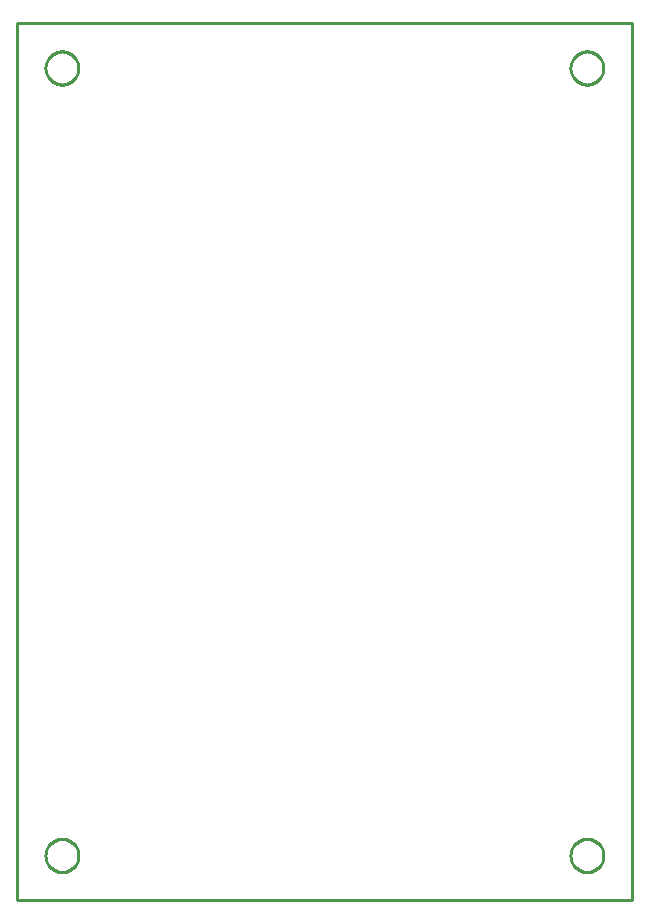
<source format=gbr>
G04 EAGLE Gerber RS-274X export*
G75*
%MOMM*%
%FSLAX34Y34*%
%LPD*%
%IN*%
%IPPOS*%
%AMOC8*
5,1,8,0,0,1.08239X$1,22.5*%
G01*
%ADD10C,0.254000*%


D10*
X0Y0D02*
X520700Y0D01*
X520700Y742950D01*
X0Y742950D01*
X0Y0D01*
X496600Y37600D02*
X496529Y36603D01*
X496386Y35613D01*
X496174Y34636D01*
X495892Y33676D01*
X495543Y32739D01*
X495127Y31829D01*
X494648Y30952D01*
X494107Y30110D01*
X493508Y29310D01*
X492853Y28554D01*
X492146Y27847D01*
X491390Y27192D01*
X490590Y26593D01*
X489748Y26052D01*
X488871Y25573D01*
X487961Y25157D01*
X487024Y24808D01*
X486065Y24526D01*
X485087Y24314D01*
X484098Y24171D01*
X483100Y24100D01*
X482100Y24100D01*
X481103Y24171D01*
X480113Y24314D01*
X479136Y24526D01*
X478176Y24808D01*
X477239Y25157D01*
X476329Y25573D01*
X475452Y26052D01*
X474610Y26593D01*
X473810Y27192D01*
X473054Y27847D01*
X472347Y28554D01*
X471692Y29310D01*
X471093Y30110D01*
X470552Y30952D01*
X470073Y31829D01*
X469657Y32739D01*
X469308Y33676D01*
X469026Y34636D01*
X468814Y35613D01*
X468671Y36603D01*
X468600Y37600D01*
X468600Y38600D01*
X468671Y39598D01*
X468814Y40587D01*
X469026Y41565D01*
X469308Y42524D01*
X469657Y43461D01*
X470073Y44371D01*
X470552Y45248D01*
X471093Y46090D01*
X471692Y46890D01*
X472347Y47646D01*
X473054Y48353D01*
X473810Y49008D01*
X474610Y49607D01*
X475452Y50148D01*
X476329Y50627D01*
X477239Y51043D01*
X478176Y51392D01*
X479136Y51674D01*
X480113Y51886D01*
X481103Y52029D01*
X482100Y52100D01*
X483100Y52100D01*
X484098Y52029D01*
X485087Y51886D01*
X486065Y51674D01*
X487024Y51392D01*
X487961Y51043D01*
X488871Y50627D01*
X489748Y50148D01*
X490590Y49607D01*
X491390Y49008D01*
X492146Y48353D01*
X492853Y47646D01*
X493508Y46890D01*
X494107Y46090D01*
X494648Y45248D01*
X495127Y44371D01*
X495543Y43461D01*
X495892Y42524D01*
X496174Y41565D01*
X496386Y40587D01*
X496529Y39598D01*
X496600Y38600D01*
X496600Y37600D01*
X52100Y704350D02*
X52029Y703353D01*
X51886Y702363D01*
X51674Y701386D01*
X51392Y700426D01*
X51043Y699489D01*
X50627Y698579D01*
X50148Y697702D01*
X49607Y696860D01*
X49008Y696060D01*
X48353Y695304D01*
X47646Y694597D01*
X46890Y693942D01*
X46090Y693343D01*
X45248Y692802D01*
X44371Y692323D01*
X43461Y691907D01*
X42524Y691558D01*
X41565Y691276D01*
X40587Y691064D01*
X39598Y690921D01*
X38600Y690850D01*
X37600Y690850D01*
X36603Y690921D01*
X35613Y691064D01*
X34636Y691276D01*
X33676Y691558D01*
X32739Y691907D01*
X31829Y692323D01*
X30952Y692802D01*
X30110Y693343D01*
X29310Y693942D01*
X28554Y694597D01*
X27847Y695304D01*
X27192Y696060D01*
X26593Y696860D01*
X26052Y697702D01*
X25573Y698579D01*
X25157Y699489D01*
X24808Y700426D01*
X24526Y701386D01*
X24314Y702363D01*
X24171Y703353D01*
X24100Y704350D01*
X24100Y705350D01*
X24171Y706348D01*
X24314Y707337D01*
X24526Y708315D01*
X24808Y709274D01*
X25157Y710211D01*
X25573Y711121D01*
X26052Y711998D01*
X26593Y712840D01*
X27192Y713640D01*
X27847Y714396D01*
X28554Y715103D01*
X29310Y715758D01*
X30110Y716357D01*
X30952Y716898D01*
X31829Y717377D01*
X32739Y717793D01*
X33676Y718142D01*
X34636Y718424D01*
X35613Y718636D01*
X36603Y718779D01*
X37600Y718850D01*
X38600Y718850D01*
X39598Y718779D01*
X40587Y718636D01*
X41565Y718424D01*
X42524Y718142D01*
X43461Y717793D01*
X44371Y717377D01*
X45248Y716898D01*
X46090Y716357D01*
X46890Y715758D01*
X47646Y715103D01*
X48353Y714396D01*
X49008Y713640D01*
X49607Y712840D01*
X50148Y711998D01*
X50627Y711121D01*
X51043Y710211D01*
X51392Y709274D01*
X51674Y708315D01*
X51886Y707337D01*
X52029Y706348D01*
X52100Y705350D01*
X52100Y704350D01*
X496600Y704350D02*
X496529Y703353D01*
X496386Y702363D01*
X496174Y701386D01*
X495892Y700426D01*
X495543Y699489D01*
X495127Y698579D01*
X494648Y697702D01*
X494107Y696860D01*
X493508Y696060D01*
X492853Y695304D01*
X492146Y694597D01*
X491390Y693942D01*
X490590Y693343D01*
X489748Y692802D01*
X488871Y692323D01*
X487961Y691907D01*
X487024Y691558D01*
X486065Y691276D01*
X485087Y691064D01*
X484098Y690921D01*
X483100Y690850D01*
X482100Y690850D01*
X481103Y690921D01*
X480113Y691064D01*
X479136Y691276D01*
X478176Y691558D01*
X477239Y691907D01*
X476329Y692323D01*
X475452Y692802D01*
X474610Y693343D01*
X473810Y693942D01*
X473054Y694597D01*
X472347Y695304D01*
X471692Y696060D01*
X471093Y696860D01*
X470552Y697702D01*
X470073Y698579D01*
X469657Y699489D01*
X469308Y700426D01*
X469026Y701386D01*
X468814Y702363D01*
X468671Y703353D01*
X468600Y704350D01*
X468600Y705350D01*
X468671Y706348D01*
X468814Y707337D01*
X469026Y708315D01*
X469308Y709274D01*
X469657Y710211D01*
X470073Y711121D01*
X470552Y711998D01*
X471093Y712840D01*
X471692Y713640D01*
X472347Y714396D01*
X473054Y715103D01*
X473810Y715758D01*
X474610Y716357D01*
X475452Y716898D01*
X476329Y717377D01*
X477239Y717793D01*
X478176Y718142D01*
X479136Y718424D01*
X480113Y718636D01*
X481103Y718779D01*
X482100Y718850D01*
X483100Y718850D01*
X484098Y718779D01*
X485087Y718636D01*
X486065Y718424D01*
X487024Y718142D01*
X487961Y717793D01*
X488871Y717377D01*
X489748Y716898D01*
X490590Y716357D01*
X491390Y715758D01*
X492146Y715103D01*
X492853Y714396D01*
X493508Y713640D01*
X494107Y712840D01*
X494648Y711998D01*
X495127Y711121D01*
X495543Y710211D01*
X495892Y709274D01*
X496174Y708315D01*
X496386Y707337D01*
X496529Y706348D01*
X496600Y705350D01*
X496600Y704350D01*
X52100Y37600D02*
X52029Y36603D01*
X51886Y35613D01*
X51674Y34636D01*
X51392Y33676D01*
X51043Y32739D01*
X50627Y31829D01*
X50148Y30952D01*
X49607Y30110D01*
X49008Y29310D01*
X48353Y28554D01*
X47646Y27847D01*
X46890Y27192D01*
X46090Y26593D01*
X45248Y26052D01*
X44371Y25573D01*
X43461Y25157D01*
X42524Y24808D01*
X41565Y24526D01*
X40587Y24314D01*
X39598Y24171D01*
X38600Y24100D01*
X37600Y24100D01*
X36603Y24171D01*
X35613Y24314D01*
X34636Y24526D01*
X33676Y24808D01*
X32739Y25157D01*
X31829Y25573D01*
X30952Y26052D01*
X30110Y26593D01*
X29310Y27192D01*
X28554Y27847D01*
X27847Y28554D01*
X27192Y29310D01*
X26593Y30110D01*
X26052Y30952D01*
X25573Y31829D01*
X25157Y32739D01*
X24808Y33676D01*
X24526Y34636D01*
X24314Y35613D01*
X24171Y36603D01*
X24100Y37600D01*
X24100Y38600D01*
X24171Y39598D01*
X24314Y40587D01*
X24526Y41565D01*
X24808Y42524D01*
X25157Y43461D01*
X25573Y44371D01*
X26052Y45248D01*
X26593Y46090D01*
X27192Y46890D01*
X27847Y47646D01*
X28554Y48353D01*
X29310Y49008D01*
X30110Y49607D01*
X30952Y50148D01*
X31829Y50627D01*
X32739Y51043D01*
X33676Y51392D01*
X34636Y51674D01*
X35613Y51886D01*
X36603Y52029D01*
X37600Y52100D01*
X38600Y52100D01*
X39598Y52029D01*
X40587Y51886D01*
X41565Y51674D01*
X42524Y51392D01*
X43461Y51043D01*
X44371Y50627D01*
X45248Y50148D01*
X46090Y49607D01*
X46890Y49008D01*
X47646Y48353D01*
X48353Y47646D01*
X49008Y46890D01*
X49607Y46090D01*
X50148Y45248D01*
X50627Y44371D01*
X51043Y43461D01*
X51392Y42524D01*
X51674Y41565D01*
X51886Y40587D01*
X52029Y39598D01*
X52100Y38600D01*
X52100Y37600D01*
M02*

</source>
